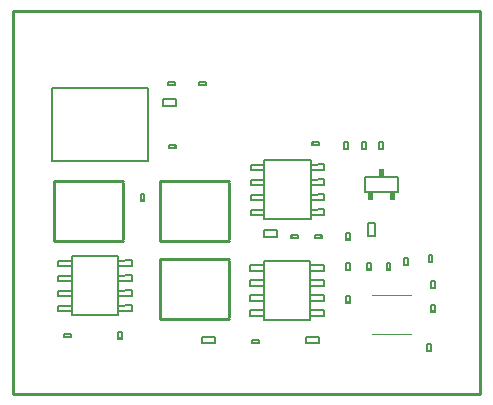
<source format=gm1>
G04 Layer_Color=16711935*
%FSLAX24Y24*%
%MOIN*%
G70*
G01*
G75*
%ADD26C,0.0060*%
%ADD28C,0.0020*%
%ADD30C,0.0050*%
%ADD46C,0.0100*%
G36*
X-3654Y4142D02*
X-3733D01*
Y4182D01*
X-3654D01*
Y4142D01*
D02*
G37*
G36*
X-3004Y4142D02*
X-3083D01*
Y4181D01*
X-3004D01*
Y4142D01*
D02*
G37*
G36*
X-2410Y4292D02*
X-2489D01*
Y4331D01*
X-2410D01*
Y4292D01*
D02*
G37*
G36*
X-1510Y3521D02*
X-1589D01*
Y3561D01*
X-1510D01*
Y3521D01*
D02*
G37*
G36*
X-1510Y3719D02*
X-1589D01*
Y3758D01*
X-1510D01*
Y3719D01*
D02*
G37*
G36*
X-4354Y4121D02*
X-4433D01*
Y4161D01*
X-4354D01*
Y4121D01*
D02*
G37*
G36*
X-1604Y4392D02*
X-1683D01*
Y4431D01*
X-1604D01*
Y4392D01*
D02*
G37*
G36*
X-2410Y4489D02*
X-2489D01*
Y4528D01*
X-2410D01*
Y4489D01*
D02*
G37*
G36*
X-1604Y4589D02*
X-1683D01*
Y4629D01*
X-1604D01*
Y4589D01*
D02*
G37*
G36*
X-4354Y4319D02*
X-4433D01*
Y4358D01*
X-4354D01*
Y4319D01*
D02*
G37*
G36*
X-3004Y4339D02*
X-3083D01*
Y4379D01*
X-3004D01*
Y4339D01*
D02*
G37*
G36*
X-3654Y4339D02*
X-3733D01*
Y4378D01*
X-3654D01*
Y4339D01*
D02*
G37*
G36*
X-7365Y1710D02*
X-7404D01*
Y1789D01*
X-7365D01*
Y1710D01*
D02*
G37*
G36*
X-11961Y1842D02*
X-12040D01*
Y1881D01*
X-11961D01*
Y1842D01*
D02*
G37*
G36*
X-13819Y1910D02*
X-13858D01*
Y1989D01*
X-13819D01*
Y1910D01*
D02*
G37*
G36*
X-1660Y1421D02*
X-1739D01*
Y1461D01*
X-1660D01*
Y1421D01*
D02*
G37*
G36*
X-1660Y1619D02*
X-1739D01*
Y1658D01*
X-1660D01*
Y1619D01*
D02*
G37*
G36*
X-7562Y1710D02*
X-7602D01*
Y1789D01*
X-7562D01*
Y1710D01*
D02*
G37*
G36*
X-1510Y2939D02*
X-1589D01*
Y2978D01*
X-1510D01*
Y2939D01*
D02*
G37*
G36*
X-4354Y3042D02*
X-4433D01*
Y3081D01*
X-4354D01*
Y3042D01*
D02*
G37*
G36*
X-4354Y3239D02*
X-4433D01*
Y3278D01*
X-4354D01*
Y3239D01*
D02*
G37*
G36*
X-13622Y1910D02*
X-13661D01*
Y1989D01*
X-13622D01*
Y1910D01*
D02*
G37*
G36*
X-11961Y2039D02*
X-12040D01*
Y2079D01*
X-11961D01*
Y2039D01*
D02*
G37*
G36*
X-1510Y2742D02*
X-1589D01*
Y2781D01*
X-1510D01*
Y2742D01*
D02*
G37*
G36*
X-4354Y5142D02*
X-4433D01*
Y5181D01*
X-4354D01*
Y5142D01*
D02*
G37*
G36*
X-5539Y8311D02*
X-5578D01*
Y8390D01*
X-5539D01*
Y8311D01*
D02*
G37*
G36*
X-5342D02*
X-5382D01*
Y8390D01*
X-5342D01*
Y8311D01*
D02*
G37*
G36*
X-3811Y8368D02*
X-3890D01*
Y8408D01*
X-3811D01*
Y8368D01*
D02*
G37*
G36*
Y8172D02*
X-3890D01*
Y8211D01*
X-3811D01*
Y8172D01*
D02*
G37*
G36*
X-10333Y8211D02*
X-10372D01*
Y8290D01*
X-10333D01*
Y8211D01*
D02*
G37*
G36*
X-10135D02*
X-10175D01*
Y8290D01*
X-10135D01*
Y8211D01*
D02*
G37*
G36*
X-10165Y10311D02*
X-10204D01*
Y10390D01*
X-10165D01*
Y10311D01*
D02*
G37*
G36*
X-9312D02*
X-9351D01*
Y10390D01*
X-9312D01*
Y10311D01*
D02*
G37*
G36*
X-9114D02*
X-9154D01*
Y10390D01*
X-9114D01*
Y10311D01*
D02*
G37*
G36*
X-3254Y8369D02*
X-3333D01*
Y8408D01*
X-3254D01*
Y8369D01*
D02*
G37*
G36*
X-4410Y8369D02*
X-4489D01*
Y8408D01*
X-4410D01*
Y8369D01*
D02*
G37*
G36*
X-10362Y10311D02*
X-10401D01*
Y10390D01*
X-10362D01*
Y10311D01*
D02*
G37*
G36*
X-5271Y5211D02*
X-5311D01*
Y5290D01*
X-5271D01*
Y5211D01*
D02*
G37*
G36*
X-4354Y5339D02*
X-4433D01*
Y5378D01*
X-4354D01*
Y5339D01*
D02*
G37*
G36*
X-11204Y6442D02*
X-11283D01*
Y6481D01*
X-11204D01*
Y6442D01*
D02*
G37*
G36*
X-6239Y5210D02*
X-6279D01*
Y5289D01*
X-6239D01*
Y5210D01*
D02*
G37*
G36*
X-6042Y5210D02*
X-6081D01*
Y5289D01*
X-6042D01*
Y5210D01*
D02*
G37*
G36*
X-5469Y5211D02*
X-5508D01*
Y5290D01*
X-5469D01*
Y5211D01*
D02*
G37*
G36*
X-3184Y7264D02*
Y7263D01*
X-3364D01*
Y7264D01*
X-3364D01*
Y7264D01*
X-3364D01*
Y7264D01*
X-3364D01*
Y7264D01*
X-3364D01*
Y7264D01*
X-3364D01*
Y7493D01*
X-3184D01*
Y7264D01*
D02*
G37*
G36*
X-3254Y8171D02*
X-3333D01*
Y8211D01*
X-3254D01*
Y8171D01*
D02*
G37*
G36*
X-4410Y8171D02*
X-4489D01*
Y8211D01*
X-4410D01*
Y8171D01*
D02*
G37*
G36*
X-2814Y6472D02*
X-2993D01*
Y6703D01*
X-2814D01*
Y6472D01*
D02*
G37*
G36*
X-3554Y6472D02*
X-3735D01*
Y6703D01*
X-3554D01*
Y6472D01*
D02*
G37*
G36*
X-11204Y6639D02*
X-11283D01*
Y6679D01*
X-11204D01*
Y6639D01*
D02*
G37*
D26*
X-7203Y2470D02*
Y4430D01*
X-6543D01*
X-5643D01*
Y2470D02*
Y4430D01*
X-7203Y2470D02*
X-5643D01*
Y4290D02*
X-5203Y4300D01*
Y4110D02*
Y4300D01*
X-5643Y4110D02*
X-5203D01*
X-5643D02*
Y4290D01*
Y3790D02*
X-5203Y3800D01*
Y3610D02*
Y3800D01*
X-5643Y3610D02*
X-5203D01*
X-5643D02*
Y3790D01*
Y3290D02*
X-5203Y3300D01*
Y3110D02*
Y3300D01*
X-5643Y3110D02*
X-5203D01*
X-5643D02*
Y3290D01*
Y2790D02*
X-5203Y2800D01*
Y2610D02*
Y2800D01*
X-5643Y2610D02*
X-5203D01*
X-5643D02*
Y2790D01*
X-7643Y2600D02*
X-7203Y2610D01*
X-7643Y2600D02*
Y2790D01*
X-7203D01*
Y2610D02*
Y2790D01*
X-7643Y3100D02*
X-7203Y3110D01*
X-7643Y3100D02*
Y3290D01*
X-7203D01*
Y3110D02*
Y3290D01*
X-7643Y3600D02*
X-7203Y3610D01*
X-7643Y3600D02*
Y3790D01*
X-7203D01*
Y3610D02*
Y3790D01*
X-7643Y4100D02*
X-7203Y4110D01*
X-7643Y4100D02*
Y4290D01*
X-7203D01*
Y4110D02*
Y4290D01*
X-7193Y5820D02*
Y7780D01*
X-6533D01*
X-5633D01*
Y5820D02*
Y7780D01*
X-7193Y5820D02*
X-5633D01*
Y7640D02*
X-5193Y7650D01*
Y7460D02*
Y7650D01*
X-5633Y7460D02*
X-5193D01*
X-5633D02*
Y7640D01*
Y7140D02*
X-5193Y7150D01*
Y6960D02*
Y7150D01*
X-5633Y6960D02*
X-5193D01*
X-5633D02*
Y7140D01*
Y6640D02*
X-5193Y6650D01*
Y6460D02*
Y6650D01*
X-5633Y6460D02*
X-5193D01*
X-5633D02*
Y6640D01*
Y6140D02*
X-5193Y6150D01*
Y5960D02*
Y6150D01*
X-5633Y5960D02*
X-5193D01*
X-5633D02*
Y6140D01*
X-7633Y5950D02*
X-7193Y5960D01*
X-7633Y5950D02*
Y6140D01*
X-7193D01*
Y5960D02*
Y6140D01*
X-7633Y6450D02*
X-7193Y6460D01*
X-7633Y6450D02*
Y6640D01*
X-7193D01*
Y6460D02*
Y6640D01*
X-7633Y6950D02*
X-7193Y6960D01*
X-7633Y6950D02*
Y7140D01*
X-7193D01*
Y6960D02*
Y7140D01*
X-7633Y7450D02*
X-7193Y7460D01*
X-7633Y7450D02*
Y7640D01*
X-7193D01*
Y7460D02*
Y7640D01*
X-3834Y7243D02*
X-2714D01*
X-3834Y6723D02*
Y7243D01*
Y6723D02*
X-2714D01*
Y7243D01*
X-13603Y2620D02*
Y4580D01*
X-12943D01*
X-12043D01*
Y2620D02*
Y4580D01*
X-13603Y2620D02*
X-12043D01*
Y4440D02*
X-11603Y4450D01*
Y4260D02*
Y4450D01*
X-12043Y4260D02*
X-11603D01*
X-12043D02*
Y4440D01*
Y3940D02*
X-11603Y3950D01*
Y3760D02*
Y3950D01*
X-12043Y3760D02*
X-11603D01*
X-12043D02*
Y3940D01*
Y3440D02*
X-11603Y3450D01*
Y3260D02*
Y3450D01*
X-12043Y3260D02*
X-11603D01*
X-12043D02*
Y3440D01*
Y2940D02*
X-11603Y2950D01*
Y2760D02*
Y2950D01*
X-12043Y2760D02*
X-11603D01*
X-12043D02*
Y2940D01*
X-14043Y2750D02*
X-13603Y2760D01*
X-14043Y2750D02*
Y2940D01*
X-13603D01*
Y2760D02*
Y2940D01*
X-14043Y3250D02*
X-13603Y3260D01*
X-14043Y3250D02*
Y3440D01*
X-13603D01*
Y3260D02*
Y3440D01*
X-14043Y3750D02*
X-13603Y3760D01*
X-14043Y3750D02*
Y3940D01*
X-13603D01*
Y3760D02*
Y3940D01*
X-14043Y4250D02*
X-13603Y4260D01*
X-14043Y4250D02*
Y4440D01*
X-13603D01*
Y4260D02*
Y4440D01*
D28*
X-3583Y2010D02*
X-2303D01*
X-2823Y3290D02*
X-2303D01*
X-3583D02*
X-3063D01*
X-2823D01*
D30*
X-5508Y5191D02*
X-5272D01*
X-5508D02*
Y5309D01*
X-5272D01*
Y5191D02*
Y5309D01*
X-7178Y5240D02*
X-6761D01*
Y5460D01*
X-7178D02*
X-6761D01*
X-7178Y5240D02*
Y5460D01*
X-10372Y8191D02*
X-10135D01*
X-10372D02*
Y8309D01*
X-10135D01*
Y8191D02*
Y8309D01*
X-11043Y7747D02*
Y10197D01*
X-14243Y7747D02*
X-11043D01*
X-14243Y10197D02*
X-11043D01*
X-14243Y7747D02*
Y10197D01*
X-3710Y5272D02*
Y5689D01*
Y5272D02*
X-3490D01*
Y5689D01*
X-3710D02*
X-3490D01*
X-1584Y4392D02*
Y4628D01*
X-1702Y4392D02*
X-1584D01*
X-1702D02*
Y4628D01*
X-1584D01*
X-1759Y1422D02*
Y1658D01*
X-1641D01*
Y1422D02*
Y1658D01*
X-1759Y1422D02*
X-1641D01*
X-7601Y1809D02*
X-7365D01*
Y1691D02*
Y1809D01*
X-7601Y1691D02*
X-7365D01*
X-7601D02*
Y1809D01*
X-10401Y10291D02*
X-10165D01*
X-10401D02*
Y10409D01*
X-10165D01*
Y10291D02*
Y10409D01*
X-4509Y8172D02*
Y8408D01*
X-4391D01*
Y8172D02*
Y8408D01*
X-4509Y8172D02*
X-4391D01*
X-5342Y8291D02*
Y8409D01*
X-5578D02*
X-5342D01*
X-5578Y8291D02*
Y8409D01*
Y8291D02*
X-5342D01*
X-9351Y10291D02*
X-9115D01*
X-9351D02*
Y10409D01*
X-9115D01*
Y10291D02*
Y10409D01*
X-10552Y9610D02*
X-10135D01*
Y9830D01*
X-10552D02*
X-10135D01*
X-10552Y9610D02*
Y9830D01*
X-6278Y5309D02*
X-6042D01*
Y5191D02*
Y5309D01*
X-6278Y5191D02*
X-6042D01*
X-6278D02*
Y5309D01*
X-11184Y6442D02*
Y6678D01*
X-11302Y6442D02*
X-11184D01*
X-11302D02*
Y6678D01*
X-11184D01*
X-3352Y8172D02*
X-3234D01*
Y8408D01*
X-3352D02*
X-3234D01*
X-3352Y8172D02*
Y8408D01*
X-3909D02*
X-3791D01*
X-3909Y8172D02*
Y8408D01*
Y8172D02*
X-3791D01*
Y8408D01*
X-12059Y2078D02*
X-11941D01*
X-12059Y1842D02*
Y2078D01*
Y1842D02*
X-11941D01*
Y2078D01*
X-13858Y2009D02*
X-13622D01*
Y1891D02*
Y2009D01*
X-13858Y1891D02*
X-13622D01*
X-13858D02*
Y2009D01*
X-4452Y4122D02*
X-4334D01*
Y4358D01*
X-4452D02*
X-4334D01*
X-4452Y4122D02*
Y4358D01*
Y5142D02*
Y5378D01*
X-4334D01*
Y5142D02*
Y5378D01*
X-4452Y5142D02*
X-4334D01*
X-3102Y4378D02*
X-2984D01*
X-3102Y4142D02*
Y4378D01*
Y4142D02*
X-2984D01*
Y4378D01*
X-1609Y3522D02*
X-1491D01*
Y3758D01*
X-1609D02*
X-1491D01*
X-1609Y3522D02*
Y3758D01*
X-4452Y3042D02*
X-4334D01*
Y3278D01*
X-4452D02*
X-4334D01*
X-4452Y3042D02*
Y3278D01*
X-2509Y4292D02*
Y4528D01*
X-2391D01*
Y4292D02*
Y4528D01*
X-2509Y4292D02*
X-2391D01*
X-3752Y4142D02*
X-3634D01*
Y4378D01*
X-3752D02*
X-3634D01*
X-3752Y4142D02*
Y4378D01*
X-1609Y2742D02*
X-1491D01*
Y2978D01*
X-1609D02*
X-1491D01*
X-1609Y2742D02*
Y2978D01*
X-9252Y1690D02*
X-8835D01*
Y1910D01*
X-9252D02*
X-8835D01*
X-9252Y1690D02*
Y1910D01*
X-5778D02*
X-5361D01*
X-5778Y1690D02*
Y1910D01*
Y1690D02*
X-5361D01*
Y1910D01*
D46*
X-15550Y12750D02*
X0D01*
X-15550Y0D02*
Y12750D01*
Y0D02*
X0D01*
Y12750D01*
X-8372Y2555D02*
Y4445D01*
X-10672Y4500D02*
X-8372D01*
X-10672Y2500D02*
Y4500D01*
Y2500D02*
X-8372D01*
X-8365Y5155D02*
Y7045D01*
X-10665Y7100D02*
X-8365D01*
X-10665Y5100D02*
Y7100D01*
Y5100D02*
X-8365D01*
X-11893Y5155D02*
Y7045D01*
X-14193Y7100D02*
X-11893D01*
X-14193Y5100D02*
Y7100D01*
Y5100D02*
X-11893D01*
M02*

</source>
